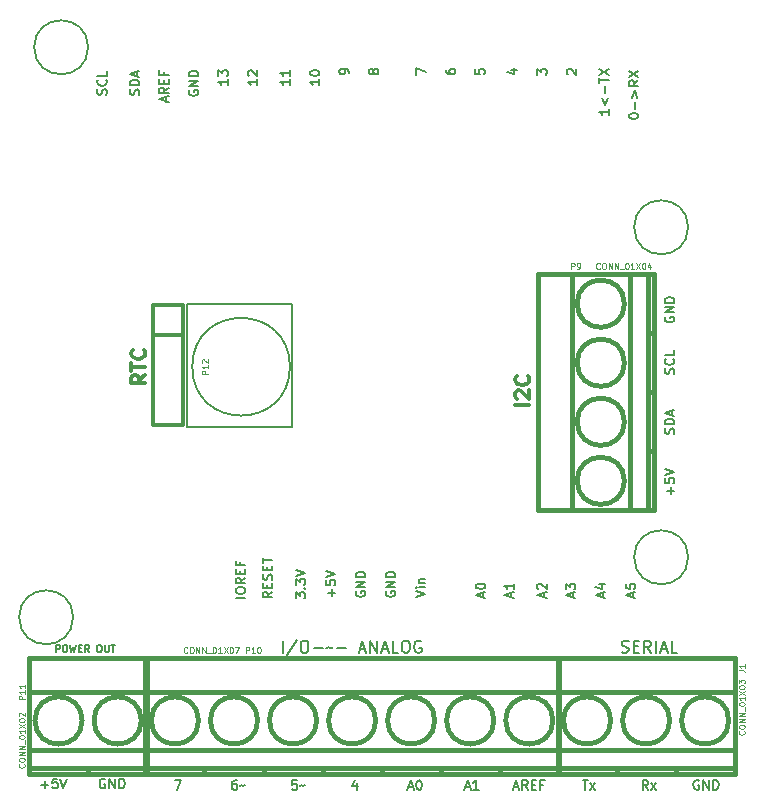
<source format=gbr>
G04 #@! TF.FileFunction,Legend,Top*
%FSLAX46Y46*%
G04 Gerber Fmt 4.6, Leading zero omitted, Abs format (unit mm)*
G04 Created by KiCad (PCBNEW 4.0.6) date 05/21/18 12:18:21*
%MOMM*%
%LPD*%
G01*
G04 APERTURE LIST*
%ADD10C,0.100000*%
%ADD11C,0.150000*%
%ADD12C,0.300000*%
%ADD13C,0.200000*%
%ADD14C,0.381000*%
%ADD15C,0.304800*%
%ADD16C,0.125000*%
G04 APERTURE END LIST*
D10*
D11*
X145796000Y-97282000D02*
X136906000Y-97282000D01*
X145796000Y-107696000D02*
X145796000Y-97282000D01*
X136906000Y-107696000D02*
X145796000Y-107696000D01*
X136906000Y-97282000D02*
X136906000Y-107696000D01*
X145612820Y-102616000D02*
G75*
G03X145612820Y-102616000I-4134820J0D01*
G01*
D12*
X133384857Y-103301714D02*
X132813429Y-103701714D01*
X133384857Y-103987429D02*
X132184857Y-103987429D01*
X132184857Y-103530286D01*
X132242000Y-103416000D01*
X132299143Y-103358857D01*
X132413429Y-103301714D01*
X132584857Y-103301714D01*
X132699143Y-103358857D01*
X132756286Y-103416000D01*
X132813429Y-103530286D01*
X132813429Y-103987429D01*
X132184857Y-102958857D02*
X132184857Y-102273143D01*
X133384857Y-102616000D02*
X132184857Y-102616000D01*
X133270571Y-101187428D02*
X133327714Y-101244571D01*
X133384857Y-101416000D01*
X133384857Y-101530286D01*
X133327714Y-101701714D01*
X133213429Y-101816000D01*
X133099143Y-101873143D01*
X132870571Y-101930286D01*
X132699143Y-101930286D01*
X132470571Y-101873143D01*
X132356286Y-101816000D01*
X132242000Y-101701714D01*
X132184857Y-101530286D01*
X132184857Y-101416000D01*
X132242000Y-101244571D01*
X132299143Y-101187428D01*
D13*
X173712476Y-126769762D02*
X173855333Y-126817381D01*
X174093429Y-126817381D01*
X174188667Y-126769762D01*
X174236286Y-126722143D01*
X174283905Y-126626905D01*
X174283905Y-126531667D01*
X174236286Y-126436429D01*
X174188667Y-126388810D01*
X174093429Y-126341190D01*
X173902952Y-126293571D01*
X173807714Y-126245952D01*
X173760095Y-126198333D01*
X173712476Y-126103095D01*
X173712476Y-126007857D01*
X173760095Y-125912619D01*
X173807714Y-125865000D01*
X173902952Y-125817381D01*
X174141048Y-125817381D01*
X174283905Y-125865000D01*
X174712476Y-126293571D02*
X175045810Y-126293571D01*
X175188667Y-126817381D02*
X174712476Y-126817381D01*
X174712476Y-125817381D01*
X175188667Y-125817381D01*
X176188667Y-126817381D02*
X175855333Y-126341190D01*
X175617238Y-126817381D02*
X175617238Y-125817381D01*
X175998191Y-125817381D01*
X176093429Y-125865000D01*
X176141048Y-125912619D01*
X176188667Y-126007857D01*
X176188667Y-126150714D01*
X176141048Y-126245952D01*
X176093429Y-126293571D01*
X175998191Y-126341190D01*
X175617238Y-126341190D01*
X176617238Y-126817381D02*
X176617238Y-125817381D01*
X177045809Y-126531667D02*
X177522000Y-126531667D01*
X176950571Y-126817381D02*
X177283904Y-125817381D01*
X177617238Y-126817381D01*
X178426762Y-126817381D02*
X177950571Y-126817381D01*
X177950571Y-125817381D01*
X145042667Y-126817381D02*
X145042667Y-125817381D01*
X146233143Y-125769762D02*
X145376000Y-127055476D01*
X146756952Y-125817381D02*
X146947429Y-125817381D01*
X147042667Y-125865000D01*
X147137905Y-125960238D01*
X147185524Y-126150714D01*
X147185524Y-126484048D01*
X147137905Y-126674524D01*
X147042667Y-126769762D01*
X146947429Y-126817381D01*
X146756952Y-126817381D01*
X146661714Y-126769762D01*
X146566476Y-126674524D01*
X146518857Y-126484048D01*
X146518857Y-126150714D01*
X146566476Y-125960238D01*
X146661714Y-125865000D01*
X146756952Y-125817381D01*
X147614095Y-126436429D02*
X148376000Y-126436429D01*
X148709333Y-126436429D02*
X148756952Y-126388810D01*
X148852190Y-126341190D01*
X149042666Y-126436429D01*
X149137905Y-126388810D01*
X149185524Y-126341190D01*
X149566476Y-126436429D02*
X150328381Y-126436429D01*
X151518857Y-126531667D02*
X151995048Y-126531667D01*
X151423619Y-126817381D02*
X151756952Y-125817381D01*
X152090286Y-126817381D01*
X152423619Y-126817381D02*
X152423619Y-125817381D01*
X152995048Y-126817381D01*
X152995048Y-125817381D01*
X153423619Y-126531667D02*
X153899810Y-126531667D01*
X153328381Y-126817381D02*
X153661714Y-125817381D01*
X153995048Y-126817381D01*
X154804572Y-126817381D02*
X154328381Y-126817381D01*
X154328381Y-125817381D01*
X155328381Y-125817381D02*
X155518858Y-125817381D01*
X155614096Y-125865000D01*
X155709334Y-125960238D01*
X155756953Y-126150714D01*
X155756953Y-126484048D01*
X155709334Y-126674524D01*
X155614096Y-126769762D01*
X155518858Y-126817381D01*
X155328381Y-126817381D01*
X155233143Y-126769762D01*
X155137905Y-126674524D01*
X155090286Y-126484048D01*
X155090286Y-126150714D01*
X155137905Y-125960238D01*
X155233143Y-125865000D01*
X155328381Y-125817381D01*
X156709334Y-125865000D02*
X156614096Y-125817381D01*
X156471239Y-125817381D01*
X156328381Y-125865000D01*
X156233143Y-125960238D01*
X156185524Y-126055476D01*
X156137905Y-126245952D01*
X156137905Y-126388810D01*
X156185524Y-126579286D01*
X156233143Y-126674524D01*
X156328381Y-126769762D01*
X156471239Y-126817381D01*
X156566477Y-126817381D01*
X156709334Y-126769762D01*
X156756953Y-126722143D01*
X156756953Y-126388810D01*
X156566477Y-126388810D01*
D11*
X125798572Y-126763429D02*
X125798572Y-126163429D01*
X126027144Y-126163429D01*
X126084286Y-126192000D01*
X126112858Y-126220571D01*
X126141429Y-126277714D01*
X126141429Y-126363429D01*
X126112858Y-126420571D01*
X126084286Y-126449143D01*
X126027144Y-126477714D01*
X125798572Y-126477714D01*
X126512858Y-126163429D02*
X126627144Y-126163429D01*
X126684286Y-126192000D01*
X126741429Y-126249143D01*
X126770001Y-126363429D01*
X126770001Y-126563429D01*
X126741429Y-126677714D01*
X126684286Y-126734857D01*
X126627144Y-126763429D01*
X126512858Y-126763429D01*
X126455715Y-126734857D01*
X126398572Y-126677714D01*
X126370001Y-126563429D01*
X126370001Y-126363429D01*
X126398572Y-126249143D01*
X126455715Y-126192000D01*
X126512858Y-126163429D01*
X126970000Y-126163429D02*
X127112857Y-126763429D01*
X127227143Y-126334857D01*
X127341429Y-126763429D01*
X127484286Y-126163429D01*
X127712857Y-126449143D02*
X127912857Y-126449143D01*
X127998571Y-126763429D02*
X127712857Y-126763429D01*
X127712857Y-126163429D01*
X127998571Y-126163429D01*
X128598571Y-126763429D02*
X128398571Y-126477714D01*
X128255714Y-126763429D02*
X128255714Y-126163429D01*
X128484286Y-126163429D01*
X128541428Y-126192000D01*
X128570000Y-126220571D01*
X128598571Y-126277714D01*
X128598571Y-126363429D01*
X128570000Y-126420571D01*
X128541428Y-126449143D01*
X128484286Y-126477714D01*
X128255714Y-126477714D01*
X129427143Y-126163429D02*
X129541429Y-126163429D01*
X129598571Y-126192000D01*
X129655714Y-126249143D01*
X129684286Y-126363429D01*
X129684286Y-126563429D01*
X129655714Y-126677714D01*
X129598571Y-126734857D01*
X129541429Y-126763429D01*
X129427143Y-126763429D01*
X129370000Y-126734857D01*
X129312857Y-126677714D01*
X129284286Y-126563429D01*
X129284286Y-126363429D01*
X129312857Y-126249143D01*
X129370000Y-126192000D01*
X129427143Y-126163429D01*
X129941428Y-126163429D02*
X129941428Y-126649143D01*
X129970000Y-126706286D01*
X129998571Y-126734857D01*
X130055714Y-126763429D01*
X130170000Y-126763429D01*
X130227142Y-126734857D01*
X130255714Y-126706286D01*
X130284285Y-126649143D01*
X130284285Y-126163429D01*
X130484285Y-126163429D02*
X130827142Y-126163429D01*
X130655713Y-126763429D02*
X130655713Y-126163429D01*
D12*
X165896857Y-105819429D02*
X164696857Y-105819429D01*
X164811143Y-105305143D02*
X164754000Y-105248000D01*
X164696857Y-105133714D01*
X164696857Y-104848000D01*
X164754000Y-104733714D01*
X164811143Y-104676571D01*
X164925429Y-104619428D01*
X165039714Y-104619428D01*
X165211143Y-104676571D01*
X165896857Y-105362285D01*
X165896857Y-104619428D01*
X165782571Y-103419428D02*
X165839714Y-103476571D01*
X165896857Y-103648000D01*
X165896857Y-103762286D01*
X165839714Y-103933714D01*
X165725429Y-104048000D01*
X165611143Y-104105143D01*
X165382571Y-104162286D01*
X165211143Y-104162286D01*
X164982571Y-104105143D01*
X164868286Y-104048000D01*
X164754000Y-103933714D01*
X164696857Y-103762286D01*
X164696857Y-103648000D01*
X164754000Y-103476571D01*
X164811143Y-103419428D01*
D13*
X170389619Y-137610905D02*
X170846762Y-137610905D01*
X170618191Y-138410905D02*
X170618191Y-137610905D01*
X171037239Y-138410905D02*
X171456286Y-137877571D01*
X171037239Y-137877571D02*
X171456286Y-138410905D01*
X180238477Y-137649000D02*
X180162286Y-137610905D01*
X180048001Y-137610905D01*
X179933715Y-137649000D01*
X179857524Y-137725190D01*
X179819429Y-137801381D01*
X179781334Y-137953762D01*
X179781334Y-138068048D01*
X179819429Y-138220429D01*
X179857524Y-138296619D01*
X179933715Y-138372810D01*
X180048001Y-138410905D01*
X180124191Y-138410905D01*
X180238477Y-138372810D01*
X180276572Y-138334714D01*
X180276572Y-138068048D01*
X180124191Y-138068048D01*
X180619429Y-138410905D02*
X180619429Y-137610905D01*
X181076572Y-138410905D01*
X181076572Y-137610905D01*
X181457524Y-138410905D02*
X181457524Y-137610905D01*
X181648000Y-137610905D01*
X181762286Y-137649000D01*
X181838477Y-137725190D01*
X181876572Y-137801381D01*
X181914667Y-137953762D01*
X181914667Y-138068048D01*
X181876572Y-138220429D01*
X181838477Y-138296619D01*
X181762286Y-138372810D01*
X181648000Y-138410905D01*
X181457524Y-138410905D01*
X175945810Y-138410905D02*
X175679143Y-138029952D01*
X175488667Y-138410905D02*
X175488667Y-137610905D01*
X175793429Y-137610905D01*
X175869620Y-137649000D01*
X175907715Y-137687095D01*
X175945810Y-137763286D01*
X175945810Y-137877571D01*
X175907715Y-137953762D01*
X175869620Y-137991857D01*
X175793429Y-138029952D01*
X175488667Y-138029952D01*
X176212477Y-138410905D02*
X176631524Y-137877571D01*
X176212477Y-137877571D02*
X176631524Y-138410905D01*
X174309905Y-81424524D02*
X174309905Y-81348333D01*
X174348000Y-81272143D01*
X174386095Y-81234048D01*
X174462286Y-81195952D01*
X174614667Y-81157857D01*
X174805143Y-81157857D01*
X174957524Y-81195952D01*
X175033714Y-81234048D01*
X175071810Y-81272143D01*
X175109905Y-81348333D01*
X175109905Y-81424524D01*
X175071810Y-81500714D01*
X175033714Y-81538810D01*
X174957524Y-81576905D01*
X174805143Y-81615000D01*
X174614667Y-81615000D01*
X174462286Y-81576905D01*
X174386095Y-81538810D01*
X174348000Y-81500714D01*
X174309905Y-81424524D01*
X174805143Y-80815000D02*
X174805143Y-80205476D01*
X174576571Y-79824524D02*
X174805143Y-79215000D01*
X175033714Y-79824524D01*
X175109905Y-78376905D02*
X174728952Y-78643572D01*
X175109905Y-78834048D02*
X174309905Y-78834048D01*
X174309905Y-78529286D01*
X174348000Y-78453095D01*
X174386095Y-78415000D01*
X174462286Y-78376905D01*
X174576571Y-78376905D01*
X174652762Y-78415000D01*
X174690857Y-78453095D01*
X174728952Y-78529286D01*
X174728952Y-78834048D01*
X174309905Y-78110238D02*
X175109905Y-77576905D01*
X174309905Y-77576905D02*
X175109905Y-78110238D01*
X172609905Y-80812619D02*
X172609905Y-81269762D01*
X172609905Y-81041191D02*
X171809905Y-81041191D01*
X171924190Y-81117381D01*
X172000381Y-81193572D01*
X172038476Y-81269762D01*
X172076571Y-79860238D02*
X172305143Y-80469762D01*
X172533714Y-79860238D01*
X172305143Y-79479286D02*
X172305143Y-78869762D01*
X171809905Y-78603096D02*
X171809905Y-78145953D01*
X172609905Y-78374524D02*
X171809905Y-78374524D01*
X171809905Y-77955476D02*
X172609905Y-77422143D01*
X171809905Y-77422143D02*
X172609905Y-77955476D01*
X169136095Y-77843571D02*
X169098000Y-77805476D01*
X169059905Y-77729285D01*
X169059905Y-77538809D01*
X169098000Y-77462619D01*
X169136095Y-77424523D01*
X169212286Y-77386428D01*
X169288476Y-77386428D01*
X169402762Y-77424523D01*
X169859905Y-77881666D01*
X169859905Y-77386428D01*
X166559905Y-77881666D02*
X166559905Y-77386428D01*
X166864667Y-77653095D01*
X166864667Y-77538809D01*
X166902762Y-77462619D01*
X166940857Y-77424523D01*
X167017048Y-77386428D01*
X167207524Y-77386428D01*
X167283714Y-77424523D01*
X167321810Y-77462619D01*
X167359905Y-77538809D01*
X167359905Y-77767381D01*
X167321810Y-77843571D01*
X167283714Y-77881666D01*
X164326571Y-77462619D02*
X164859905Y-77462619D01*
X164021810Y-77653095D02*
X164593238Y-77843571D01*
X164593238Y-77348333D01*
X161309905Y-77424523D02*
X161309905Y-77805476D01*
X161690857Y-77843571D01*
X161652762Y-77805476D01*
X161614667Y-77729285D01*
X161614667Y-77538809D01*
X161652762Y-77462619D01*
X161690857Y-77424523D01*
X161767048Y-77386428D01*
X161957524Y-77386428D01*
X162033714Y-77424523D01*
X162071810Y-77462619D01*
X162109905Y-77538809D01*
X162109905Y-77729285D01*
X162071810Y-77805476D01*
X162033714Y-77843571D01*
X158809905Y-77462619D02*
X158809905Y-77615000D01*
X158848000Y-77691190D01*
X158886095Y-77729285D01*
X159000381Y-77805476D01*
X159152762Y-77843571D01*
X159457524Y-77843571D01*
X159533714Y-77805476D01*
X159571810Y-77767381D01*
X159609905Y-77691190D01*
X159609905Y-77538809D01*
X159571810Y-77462619D01*
X159533714Y-77424523D01*
X159457524Y-77386428D01*
X159267048Y-77386428D01*
X159190857Y-77424523D01*
X159152762Y-77462619D01*
X159114667Y-77538809D01*
X159114667Y-77691190D01*
X159152762Y-77767381D01*
X159190857Y-77805476D01*
X159267048Y-77843571D01*
X156309905Y-77881666D02*
X156309905Y-77348333D01*
X157109905Y-77691190D01*
X152652762Y-77691190D02*
X152614667Y-77767381D01*
X152576571Y-77805476D01*
X152500381Y-77843571D01*
X152462286Y-77843571D01*
X152386095Y-77805476D01*
X152348000Y-77767381D01*
X152309905Y-77691190D01*
X152309905Y-77538809D01*
X152348000Y-77462619D01*
X152386095Y-77424523D01*
X152462286Y-77386428D01*
X152500381Y-77386428D01*
X152576571Y-77424523D01*
X152614667Y-77462619D01*
X152652762Y-77538809D01*
X152652762Y-77691190D01*
X152690857Y-77767381D01*
X152728952Y-77805476D01*
X152805143Y-77843571D01*
X152957524Y-77843571D01*
X153033714Y-77805476D01*
X153071810Y-77767381D01*
X153109905Y-77691190D01*
X153109905Y-77538809D01*
X153071810Y-77462619D01*
X153033714Y-77424523D01*
X152957524Y-77386428D01*
X152805143Y-77386428D01*
X152728952Y-77424523D01*
X152690857Y-77462619D01*
X152652762Y-77538809D01*
X150609905Y-77767381D02*
X150609905Y-77615000D01*
X150571810Y-77538809D01*
X150533714Y-77500714D01*
X150419429Y-77424523D01*
X150267048Y-77386428D01*
X149962286Y-77386428D01*
X149886095Y-77424523D01*
X149848000Y-77462619D01*
X149809905Y-77538809D01*
X149809905Y-77691190D01*
X149848000Y-77767381D01*
X149886095Y-77805476D01*
X149962286Y-77843571D01*
X150152762Y-77843571D01*
X150228952Y-77805476D01*
X150267048Y-77767381D01*
X150305143Y-77691190D01*
X150305143Y-77538809D01*
X150267048Y-77462619D01*
X150228952Y-77424523D01*
X150152762Y-77386428D01*
X148109905Y-78267381D02*
X148109905Y-78724524D01*
X148109905Y-78495953D02*
X147309905Y-78495953D01*
X147424190Y-78572143D01*
X147500381Y-78648334D01*
X147538476Y-78724524D01*
X147309905Y-77772143D02*
X147309905Y-77695952D01*
X147348000Y-77619762D01*
X147386095Y-77581667D01*
X147462286Y-77543571D01*
X147614667Y-77505476D01*
X147805143Y-77505476D01*
X147957524Y-77543571D01*
X148033714Y-77581667D01*
X148071810Y-77619762D01*
X148109905Y-77695952D01*
X148109905Y-77772143D01*
X148071810Y-77848333D01*
X148033714Y-77886429D01*
X147957524Y-77924524D01*
X147805143Y-77962619D01*
X147614667Y-77962619D01*
X147462286Y-77924524D01*
X147386095Y-77886429D01*
X147348000Y-77848333D01*
X147309905Y-77772143D01*
X145609905Y-78267381D02*
X145609905Y-78724524D01*
X145609905Y-78495953D02*
X144809905Y-78495953D01*
X144924190Y-78572143D01*
X145000381Y-78648334D01*
X145038476Y-78724524D01*
X145609905Y-77505476D02*
X145609905Y-77962619D01*
X145609905Y-77734048D02*
X144809905Y-77734048D01*
X144924190Y-77810238D01*
X145000381Y-77886429D01*
X145038476Y-77962619D01*
X142859905Y-78267381D02*
X142859905Y-78724524D01*
X142859905Y-78495953D02*
X142059905Y-78495953D01*
X142174190Y-78572143D01*
X142250381Y-78648334D01*
X142288476Y-78724524D01*
X142136095Y-77962619D02*
X142098000Y-77924524D01*
X142059905Y-77848333D01*
X142059905Y-77657857D01*
X142098000Y-77581667D01*
X142136095Y-77543571D01*
X142212286Y-77505476D01*
X142288476Y-77505476D01*
X142402762Y-77543571D01*
X142859905Y-78000714D01*
X142859905Y-77505476D01*
X140359905Y-78267381D02*
X140359905Y-78724524D01*
X140359905Y-78495953D02*
X139559905Y-78495953D01*
X139674190Y-78572143D01*
X139750381Y-78648334D01*
X139788476Y-78724524D01*
X139559905Y-78000714D02*
X139559905Y-77505476D01*
X139864667Y-77772143D01*
X139864667Y-77657857D01*
X139902762Y-77581667D01*
X139940857Y-77543571D01*
X140017048Y-77505476D01*
X140207524Y-77505476D01*
X140283714Y-77543571D01*
X140321810Y-77581667D01*
X140359905Y-77657857D01*
X140359905Y-77886429D01*
X140321810Y-77962619D01*
X140283714Y-78000714D01*
X137098000Y-79224523D02*
X137059905Y-79300714D01*
X137059905Y-79414999D01*
X137098000Y-79529285D01*
X137174190Y-79605476D01*
X137250381Y-79643571D01*
X137402762Y-79681666D01*
X137517048Y-79681666D01*
X137669429Y-79643571D01*
X137745619Y-79605476D01*
X137821810Y-79529285D01*
X137859905Y-79414999D01*
X137859905Y-79338809D01*
X137821810Y-79224523D01*
X137783714Y-79186428D01*
X137517048Y-79186428D01*
X137517048Y-79338809D01*
X137859905Y-78843571D02*
X137059905Y-78843571D01*
X137859905Y-78386428D01*
X137059905Y-78386428D01*
X137859905Y-78005476D02*
X137059905Y-78005476D01*
X137059905Y-77815000D01*
X137098000Y-77700714D01*
X137174190Y-77624523D01*
X137250381Y-77586428D01*
X137402762Y-77548333D01*
X137517048Y-77548333D01*
X137669429Y-77586428D01*
X137745619Y-77624523D01*
X137821810Y-77700714D01*
X137859905Y-77815000D01*
X137859905Y-78005476D01*
X135131333Y-80160238D02*
X135131333Y-79779286D01*
X135359905Y-80236429D02*
X134559905Y-79969762D01*
X135359905Y-79703095D01*
X135359905Y-78979286D02*
X134978952Y-79245953D01*
X135359905Y-79436429D02*
X134559905Y-79436429D01*
X134559905Y-79131667D01*
X134598000Y-79055476D01*
X134636095Y-79017381D01*
X134712286Y-78979286D01*
X134826571Y-78979286D01*
X134902762Y-79017381D01*
X134940857Y-79055476D01*
X134978952Y-79131667D01*
X134978952Y-79436429D01*
X134940857Y-78636429D02*
X134940857Y-78369762D01*
X135359905Y-78255476D02*
X135359905Y-78636429D01*
X134559905Y-78636429D01*
X134559905Y-78255476D01*
X134940857Y-77645952D02*
X134940857Y-77912619D01*
X135359905Y-77912619D02*
X134559905Y-77912619D01*
X134559905Y-77531666D01*
X132821810Y-79586428D02*
X132859905Y-79472142D01*
X132859905Y-79281666D01*
X132821810Y-79205476D01*
X132783714Y-79167380D01*
X132707524Y-79129285D01*
X132631333Y-79129285D01*
X132555143Y-79167380D01*
X132517048Y-79205476D01*
X132478952Y-79281666D01*
X132440857Y-79434047D01*
X132402762Y-79510238D01*
X132364667Y-79548333D01*
X132288476Y-79586428D01*
X132212286Y-79586428D01*
X132136095Y-79548333D01*
X132098000Y-79510238D01*
X132059905Y-79434047D01*
X132059905Y-79243571D01*
X132098000Y-79129285D01*
X132859905Y-78786428D02*
X132059905Y-78786428D01*
X132059905Y-78595952D01*
X132098000Y-78481666D01*
X132174190Y-78405475D01*
X132250381Y-78367380D01*
X132402762Y-78329285D01*
X132517048Y-78329285D01*
X132669429Y-78367380D01*
X132745619Y-78405475D01*
X132821810Y-78481666D01*
X132859905Y-78595952D01*
X132859905Y-78786428D01*
X132631333Y-78024523D02*
X132631333Y-77643571D01*
X132859905Y-78100714D02*
X132059905Y-77834047D01*
X132859905Y-77567380D01*
X130071810Y-79567381D02*
X130109905Y-79453095D01*
X130109905Y-79262619D01*
X130071810Y-79186429D01*
X130033714Y-79148333D01*
X129957524Y-79110238D01*
X129881333Y-79110238D01*
X129805143Y-79148333D01*
X129767048Y-79186429D01*
X129728952Y-79262619D01*
X129690857Y-79415000D01*
X129652762Y-79491191D01*
X129614667Y-79529286D01*
X129538476Y-79567381D01*
X129462286Y-79567381D01*
X129386095Y-79529286D01*
X129348000Y-79491191D01*
X129309905Y-79415000D01*
X129309905Y-79224524D01*
X129348000Y-79110238D01*
X130033714Y-78310238D02*
X130071810Y-78348333D01*
X130109905Y-78462619D01*
X130109905Y-78538809D01*
X130071810Y-78653095D01*
X129995619Y-78729286D01*
X129919429Y-78767381D01*
X129767048Y-78805476D01*
X129652762Y-78805476D01*
X129500381Y-78767381D01*
X129424190Y-78729286D01*
X129348000Y-78653095D01*
X129309905Y-78538809D01*
X129309905Y-78462619D01*
X129348000Y-78348333D01*
X129386095Y-78310238D01*
X130109905Y-77586428D02*
X130109905Y-77967381D01*
X129309905Y-77967381D01*
X174631333Y-122110428D02*
X174631333Y-121729476D01*
X174859905Y-122186619D02*
X174059905Y-121919952D01*
X174859905Y-121653285D01*
X174059905Y-121005666D02*
X174059905Y-121386619D01*
X174440857Y-121424714D01*
X174402762Y-121386619D01*
X174364667Y-121310428D01*
X174364667Y-121119952D01*
X174402762Y-121043762D01*
X174440857Y-121005666D01*
X174517048Y-120967571D01*
X174707524Y-120967571D01*
X174783714Y-121005666D01*
X174821810Y-121043762D01*
X174859905Y-121119952D01*
X174859905Y-121310428D01*
X174821810Y-121386619D01*
X174783714Y-121424714D01*
X172091333Y-122110428D02*
X172091333Y-121729476D01*
X172319905Y-122186619D02*
X171519905Y-121919952D01*
X172319905Y-121653285D01*
X171786571Y-121043762D02*
X172319905Y-121043762D01*
X171481810Y-121234238D02*
X172053238Y-121424714D01*
X172053238Y-120929476D01*
X169551333Y-122110428D02*
X169551333Y-121729476D01*
X169779905Y-122186619D02*
X168979905Y-121919952D01*
X169779905Y-121653285D01*
X168979905Y-121462809D02*
X168979905Y-120967571D01*
X169284667Y-121234238D01*
X169284667Y-121119952D01*
X169322762Y-121043762D01*
X169360857Y-121005666D01*
X169437048Y-120967571D01*
X169627524Y-120967571D01*
X169703714Y-121005666D01*
X169741810Y-121043762D01*
X169779905Y-121119952D01*
X169779905Y-121348524D01*
X169741810Y-121424714D01*
X169703714Y-121462809D01*
X167138333Y-122110428D02*
X167138333Y-121729476D01*
X167366905Y-122186619D02*
X166566905Y-121919952D01*
X167366905Y-121653285D01*
X166643095Y-121424714D02*
X166605000Y-121386619D01*
X166566905Y-121310428D01*
X166566905Y-121119952D01*
X166605000Y-121043762D01*
X166643095Y-121005666D01*
X166719286Y-120967571D01*
X166795476Y-120967571D01*
X166909762Y-121005666D01*
X167366905Y-121462809D01*
X167366905Y-120967571D01*
X164344333Y-122110428D02*
X164344333Y-121729476D01*
X164572905Y-122186619D02*
X163772905Y-121919952D01*
X164572905Y-121653285D01*
X164572905Y-120967571D02*
X164572905Y-121424714D01*
X164572905Y-121196143D02*
X163772905Y-121196143D01*
X163887190Y-121272333D01*
X163963381Y-121348524D01*
X164001476Y-121424714D01*
X161931333Y-122110428D02*
X161931333Y-121729476D01*
X162159905Y-122186619D02*
X161359905Y-121919952D01*
X162159905Y-121653285D01*
X161359905Y-121234238D02*
X161359905Y-121158047D01*
X161398000Y-121081857D01*
X161436095Y-121043762D01*
X161512286Y-121005666D01*
X161664667Y-120967571D01*
X161855143Y-120967571D01*
X162007524Y-121005666D01*
X162083714Y-121043762D01*
X162121810Y-121081857D01*
X162159905Y-121158047D01*
X162159905Y-121234238D01*
X162121810Y-121310428D01*
X162083714Y-121348524D01*
X162007524Y-121386619D01*
X161855143Y-121424714D01*
X161664667Y-121424714D01*
X161512286Y-121386619D01*
X161436095Y-121348524D01*
X161398000Y-121310428D01*
X161359905Y-121234238D01*
X156279905Y-122104048D02*
X157079905Y-121837381D01*
X156279905Y-121570714D01*
X157079905Y-121304048D02*
X156546571Y-121304048D01*
X156279905Y-121304048D02*
X156318000Y-121342143D01*
X156356095Y-121304048D01*
X156318000Y-121265953D01*
X156279905Y-121304048D01*
X156356095Y-121304048D01*
X156546571Y-120923096D02*
X157079905Y-120923096D01*
X156622762Y-120923096D02*
X156584667Y-120885001D01*
X156546571Y-120808810D01*
X156546571Y-120694524D01*
X156584667Y-120618334D01*
X156660857Y-120580239D01*
X157079905Y-120580239D01*
X153778000Y-121640523D02*
X153739905Y-121716714D01*
X153739905Y-121830999D01*
X153778000Y-121945285D01*
X153854190Y-122021476D01*
X153930381Y-122059571D01*
X154082762Y-122097666D01*
X154197048Y-122097666D01*
X154349429Y-122059571D01*
X154425619Y-122021476D01*
X154501810Y-121945285D01*
X154539905Y-121830999D01*
X154539905Y-121754809D01*
X154501810Y-121640523D01*
X154463714Y-121602428D01*
X154197048Y-121602428D01*
X154197048Y-121754809D01*
X154539905Y-121259571D02*
X153739905Y-121259571D01*
X154539905Y-120802428D01*
X153739905Y-120802428D01*
X154539905Y-120421476D02*
X153739905Y-120421476D01*
X153739905Y-120231000D01*
X153778000Y-120116714D01*
X153854190Y-120040523D01*
X153930381Y-120002428D01*
X154082762Y-119964333D01*
X154197048Y-119964333D01*
X154349429Y-120002428D01*
X154425619Y-120040523D01*
X154501810Y-120116714D01*
X154539905Y-120231000D01*
X154539905Y-120421476D01*
X151238000Y-121640523D02*
X151199905Y-121716714D01*
X151199905Y-121830999D01*
X151238000Y-121945285D01*
X151314190Y-122021476D01*
X151390381Y-122059571D01*
X151542762Y-122097666D01*
X151657048Y-122097666D01*
X151809429Y-122059571D01*
X151885619Y-122021476D01*
X151961810Y-121945285D01*
X151999905Y-121830999D01*
X151999905Y-121754809D01*
X151961810Y-121640523D01*
X151923714Y-121602428D01*
X151657048Y-121602428D01*
X151657048Y-121754809D01*
X151999905Y-121259571D02*
X151199905Y-121259571D01*
X151999905Y-120802428D01*
X151199905Y-120802428D01*
X151999905Y-120421476D02*
X151199905Y-120421476D01*
X151199905Y-120231000D01*
X151238000Y-120116714D01*
X151314190Y-120040523D01*
X151390381Y-120002428D01*
X151542762Y-119964333D01*
X151657048Y-119964333D01*
X151809429Y-120002428D01*
X151885619Y-120040523D01*
X151961810Y-120116714D01*
X151999905Y-120231000D01*
X151999905Y-120421476D01*
X149155143Y-122059571D02*
X149155143Y-121450047D01*
X149459905Y-121754809D02*
X148850381Y-121754809D01*
X148659905Y-120688142D02*
X148659905Y-121069095D01*
X149040857Y-121107190D01*
X149002762Y-121069095D01*
X148964667Y-120992904D01*
X148964667Y-120802428D01*
X149002762Y-120726238D01*
X149040857Y-120688142D01*
X149117048Y-120650047D01*
X149307524Y-120650047D01*
X149383714Y-120688142D01*
X149421810Y-120726238D01*
X149459905Y-120802428D01*
X149459905Y-120992904D01*
X149421810Y-121069095D01*
X149383714Y-121107190D01*
X148659905Y-120421476D02*
X149459905Y-120154809D01*
X148659905Y-119888142D01*
X146119905Y-122211952D02*
X146119905Y-121716714D01*
X146424667Y-121983381D01*
X146424667Y-121869095D01*
X146462762Y-121792905D01*
X146500857Y-121754809D01*
X146577048Y-121716714D01*
X146767524Y-121716714D01*
X146843714Y-121754809D01*
X146881810Y-121792905D01*
X146919905Y-121869095D01*
X146919905Y-122097667D01*
X146881810Y-122173857D01*
X146843714Y-122211952D01*
X146843714Y-121373857D02*
X146881810Y-121335762D01*
X146919905Y-121373857D01*
X146881810Y-121411952D01*
X146843714Y-121373857D01*
X146919905Y-121373857D01*
X146119905Y-121069095D02*
X146119905Y-120573857D01*
X146424667Y-120840524D01*
X146424667Y-120726238D01*
X146462762Y-120650048D01*
X146500857Y-120611952D01*
X146577048Y-120573857D01*
X146767524Y-120573857D01*
X146843714Y-120611952D01*
X146881810Y-120650048D01*
X146919905Y-120726238D01*
X146919905Y-120954810D01*
X146881810Y-121031000D01*
X146843714Y-121069095D01*
X146119905Y-120345286D02*
X146919905Y-120078619D01*
X146119905Y-119811952D01*
X144125905Y-121684905D02*
X143744952Y-121951572D01*
X144125905Y-122142048D02*
X143325905Y-122142048D01*
X143325905Y-121837286D01*
X143364000Y-121761095D01*
X143402095Y-121723000D01*
X143478286Y-121684905D01*
X143592571Y-121684905D01*
X143668762Y-121723000D01*
X143706857Y-121761095D01*
X143744952Y-121837286D01*
X143744952Y-122142048D01*
X143706857Y-121342048D02*
X143706857Y-121075381D01*
X144125905Y-120961095D02*
X144125905Y-121342048D01*
X143325905Y-121342048D01*
X143325905Y-120961095D01*
X144087810Y-120656333D02*
X144125905Y-120542047D01*
X144125905Y-120351571D01*
X144087810Y-120275381D01*
X144049714Y-120237285D01*
X143973524Y-120199190D01*
X143897333Y-120199190D01*
X143821143Y-120237285D01*
X143783048Y-120275381D01*
X143744952Y-120351571D01*
X143706857Y-120503952D01*
X143668762Y-120580143D01*
X143630667Y-120618238D01*
X143554476Y-120656333D01*
X143478286Y-120656333D01*
X143402095Y-120618238D01*
X143364000Y-120580143D01*
X143325905Y-120503952D01*
X143325905Y-120313476D01*
X143364000Y-120199190D01*
X143706857Y-119856333D02*
X143706857Y-119589666D01*
X144125905Y-119475380D02*
X144125905Y-119856333D01*
X143325905Y-119856333D01*
X143325905Y-119475380D01*
X143325905Y-119246809D02*
X143325905Y-118789666D01*
X144125905Y-119018237D02*
X143325905Y-119018237D01*
X141839905Y-122173809D02*
X141039905Y-122173809D01*
X141039905Y-121640476D02*
X141039905Y-121488095D01*
X141078000Y-121411904D01*
X141154190Y-121335714D01*
X141306571Y-121297619D01*
X141573238Y-121297619D01*
X141725619Y-121335714D01*
X141801810Y-121411904D01*
X141839905Y-121488095D01*
X141839905Y-121640476D01*
X141801810Y-121716666D01*
X141725619Y-121792857D01*
X141573238Y-121830952D01*
X141306571Y-121830952D01*
X141154190Y-121792857D01*
X141078000Y-121716666D01*
X141039905Y-121640476D01*
X141839905Y-120497619D02*
X141458952Y-120764286D01*
X141839905Y-120954762D02*
X141039905Y-120954762D01*
X141039905Y-120650000D01*
X141078000Y-120573809D01*
X141116095Y-120535714D01*
X141192286Y-120497619D01*
X141306571Y-120497619D01*
X141382762Y-120535714D01*
X141420857Y-120573809D01*
X141458952Y-120650000D01*
X141458952Y-120954762D01*
X141420857Y-120154762D02*
X141420857Y-119888095D01*
X141839905Y-119773809D02*
X141839905Y-120154762D01*
X141039905Y-120154762D01*
X141039905Y-119773809D01*
X141420857Y-119164285D02*
X141420857Y-119430952D01*
X141839905Y-119430952D02*
X141039905Y-119430952D01*
X141039905Y-119049999D01*
X129951477Y-137546000D02*
X129875286Y-137507905D01*
X129761001Y-137507905D01*
X129646715Y-137546000D01*
X129570524Y-137622190D01*
X129532429Y-137698381D01*
X129494334Y-137850762D01*
X129494334Y-137965048D01*
X129532429Y-138117429D01*
X129570524Y-138193619D01*
X129646715Y-138269810D01*
X129761001Y-138307905D01*
X129837191Y-138307905D01*
X129951477Y-138269810D01*
X129989572Y-138231714D01*
X129989572Y-137965048D01*
X129837191Y-137965048D01*
X130332429Y-138307905D02*
X130332429Y-137507905D01*
X130789572Y-138307905D01*
X130789572Y-137507905D01*
X131170524Y-138307905D02*
X131170524Y-137507905D01*
X131361000Y-137507905D01*
X131475286Y-137546000D01*
X131551477Y-137622190D01*
X131589572Y-137698381D01*
X131627667Y-137850762D01*
X131627667Y-137965048D01*
X131589572Y-138117429D01*
X131551477Y-138193619D01*
X131475286Y-138269810D01*
X131361000Y-138307905D01*
X131170524Y-138307905D01*
X124532429Y-138003143D02*
X125141953Y-138003143D01*
X124837191Y-138307905D02*
X124837191Y-137698381D01*
X125903858Y-137507905D02*
X125522905Y-137507905D01*
X125484810Y-137888857D01*
X125522905Y-137850762D01*
X125599096Y-137812667D01*
X125789572Y-137812667D01*
X125865762Y-137850762D01*
X125903858Y-137888857D01*
X125941953Y-137965048D01*
X125941953Y-138155524D01*
X125903858Y-138231714D01*
X125865762Y-138269810D01*
X125789572Y-138307905D01*
X125599096Y-138307905D01*
X125522905Y-138269810D01*
X125484810Y-138231714D01*
X126170524Y-137507905D02*
X126437191Y-138307905D01*
X126703858Y-137507905D01*
X164566762Y-138182333D02*
X164947714Y-138182333D01*
X164490571Y-138410905D02*
X164757238Y-137610905D01*
X165023905Y-138410905D01*
X165747714Y-138410905D02*
X165481047Y-138029952D01*
X165290571Y-138410905D02*
X165290571Y-137610905D01*
X165595333Y-137610905D01*
X165671524Y-137649000D01*
X165709619Y-137687095D01*
X165747714Y-137763286D01*
X165747714Y-137877571D01*
X165709619Y-137953762D01*
X165671524Y-137991857D01*
X165595333Y-138029952D01*
X165290571Y-138029952D01*
X166090571Y-137991857D02*
X166357238Y-137991857D01*
X166471524Y-138410905D02*
X166090571Y-138410905D01*
X166090571Y-137610905D01*
X166471524Y-137610905D01*
X167081048Y-137991857D02*
X166814381Y-137991857D01*
X166814381Y-138410905D02*
X166814381Y-137610905D01*
X167195334Y-137610905D01*
X160464572Y-138182333D02*
X160845524Y-138182333D01*
X160388381Y-138410905D02*
X160655048Y-137610905D01*
X160921715Y-138410905D01*
X161607429Y-138410905D02*
X161150286Y-138410905D01*
X161378857Y-138410905D02*
X161378857Y-137610905D01*
X161302667Y-137725190D01*
X161226476Y-137801381D01*
X161150286Y-137839476D01*
X155638572Y-138182333D02*
X156019524Y-138182333D01*
X155562381Y-138410905D02*
X155829048Y-137610905D01*
X156095715Y-138410905D01*
X156514762Y-137610905D02*
X156590953Y-137610905D01*
X156667143Y-137649000D01*
X156705238Y-137687095D01*
X156743334Y-137763286D01*
X156781429Y-137915667D01*
X156781429Y-138106143D01*
X156743334Y-138258524D01*
X156705238Y-138334714D01*
X156667143Y-138372810D01*
X156590953Y-138410905D01*
X156514762Y-138410905D01*
X156438572Y-138372810D01*
X156400476Y-138334714D01*
X156362381Y-138258524D01*
X156324286Y-138106143D01*
X156324286Y-137915667D01*
X156362381Y-137763286D01*
X156400476Y-137687095D01*
X156438572Y-137649000D01*
X156514762Y-137610905D01*
X151282381Y-137877571D02*
X151282381Y-138410905D01*
X151091905Y-137572810D02*
X150901429Y-138144238D01*
X151396667Y-138144238D01*
X146208762Y-137610905D02*
X145827809Y-137610905D01*
X145789714Y-137991857D01*
X145827809Y-137953762D01*
X145904000Y-137915667D01*
X146094476Y-137915667D01*
X146170666Y-137953762D01*
X146208762Y-137991857D01*
X146246857Y-138068048D01*
X146246857Y-138258524D01*
X146208762Y-138334714D01*
X146170666Y-138372810D01*
X146094476Y-138410905D01*
X145904000Y-138410905D01*
X145827809Y-138372810D01*
X145789714Y-138334714D01*
X146475428Y-138106143D02*
X146513524Y-138068048D01*
X146589714Y-138029952D01*
X146742095Y-138106143D01*
X146818286Y-138068048D01*
X146856381Y-138029952D01*
X141090666Y-137610905D02*
X140938285Y-137610905D01*
X140862095Y-137649000D01*
X140824000Y-137687095D01*
X140747809Y-137801381D01*
X140709714Y-137953762D01*
X140709714Y-138258524D01*
X140747809Y-138334714D01*
X140785904Y-138372810D01*
X140862095Y-138410905D01*
X141014476Y-138410905D01*
X141090666Y-138372810D01*
X141128762Y-138334714D01*
X141166857Y-138258524D01*
X141166857Y-138068048D01*
X141128762Y-137991857D01*
X141090666Y-137953762D01*
X141014476Y-137915667D01*
X140862095Y-137915667D01*
X140785904Y-137953762D01*
X140747809Y-137991857D01*
X140709714Y-138068048D01*
X141395428Y-138106143D02*
X141433524Y-138068048D01*
X141509714Y-138029952D01*
X141662095Y-138106143D01*
X141738286Y-138068048D01*
X141776381Y-138029952D01*
X135877334Y-137610905D02*
X136410667Y-137610905D01*
X136067810Y-138410905D01*
X177400000Y-98399523D02*
X177361905Y-98475714D01*
X177361905Y-98589999D01*
X177400000Y-98704285D01*
X177476190Y-98780476D01*
X177552381Y-98818571D01*
X177704762Y-98856666D01*
X177819048Y-98856666D01*
X177971429Y-98818571D01*
X178047619Y-98780476D01*
X178123810Y-98704285D01*
X178161905Y-98589999D01*
X178161905Y-98513809D01*
X178123810Y-98399523D01*
X178085714Y-98361428D01*
X177819048Y-98361428D01*
X177819048Y-98513809D01*
X178161905Y-98018571D02*
X177361905Y-98018571D01*
X178161905Y-97561428D01*
X177361905Y-97561428D01*
X178161905Y-97180476D02*
X177361905Y-97180476D01*
X177361905Y-96990000D01*
X177400000Y-96875714D01*
X177476190Y-96799523D01*
X177552381Y-96761428D01*
X177704762Y-96723333D01*
X177819048Y-96723333D01*
X177971429Y-96761428D01*
X178047619Y-96799523D01*
X178123810Y-96875714D01*
X178161905Y-96990000D01*
X178161905Y-97180476D01*
X178123810Y-103187381D02*
X178161905Y-103073095D01*
X178161905Y-102882619D01*
X178123810Y-102806429D01*
X178085714Y-102768333D01*
X178009524Y-102730238D01*
X177933333Y-102730238D01*
X177857143Y-102768333D01*
X177819048Y-102806429D01*
X177780952Y-102882619D01*
X177742857Y-103035000D01*
X177704762Y-103111191D01*
X177666667Y-103149286D01*
X177590476Y-103187381D01*
X177514286Y-103187381D01*
X177438095Y-103149286D01*
X177400000Y-103111191D01*
X177361905Y-103035000D01*
X177361905Y-102844524D01*
X177400000Y-102730238D01*
X178085714Y-101930238D02*
X178123810Y-101968333D01*
X178161905Y-102082619D01*
X178161905Y-102158809D01*
X178123810Y-102273095D01*
X178047619Y-102349286D01*
X177971429Y-102387381D01*
X177819048Y-102425476D01*
X177704762Y-102425476D01*
X177552381Y-102387381D01*
X177476190Y-102349286D01*
X177400000Y-102273095D01*
X177361905Y-102158809D01*
X177361905Y-102082619D01*
X177400000Y-101968333D01*
X177438095Y-101930238D01*
X178161905Y-101206428D02*
X178161905Y-101587381D01*
X177361905Y-101587381D01*
X178123810Y-108286428D02*
X178161905Y-108172142D01*
X178161905Y-107981666D01*
X178123810Y-107905476D01*
X178085714Y-107867380D01*
X178009524Y-107829285D01*
X177933333Y-107829285D01*
X177857143Y-107867380D01*
X177819048Y-107905476D01*
X177780952Y-107981666D01*
X177742857Y-108134047D01*
X177704762Y-108210238D01*
X177666667Y-108248333D01*
X177590476Y-108286428D01*
X177514286Y-108286428D01*
X177438095Y-108248333D01*
X177400000Y-108210238D01*
X177361905Y-108134047D01*
X177361905Y-107943571D01*
X177400000Y-107829285D01*
X178161905Y-107486428D02*
X177361905Y-107486428D01*
X177361905Y-107295952D01*
X177400000Y-107181666D01*
X177476190Y-107105475D01*
X177552381Y-107067380D01*
X177704762Y-107029285D01*
X177819048Y-107029285D01*
X177971429Y-107067380D01*
X178047619Y-107105475D01*
X178123810Y-107181666D01*
X178161905Y-107295952D01*
X178161905Y-107486428D01*
X177933333Y-106724523D02*
X177933333Y-106343571D01*
X178161905Y-106800714D02*
X177361905Y-106534047D01*
X178161905Y-106267380D01*
X177857143Y-113423571D02*
X177857143Y-112814047D01*
X178161905Y-113118809D02*
X177552381Y-113118809D01*
X177361905Y-112052142D02*
X177361905Y-112433095D01*
X177742857Y-112471190D01*
X177704762Y-112433095D01*
X177666667Y-112356904D01*
X177666667Y-112166428D01*
X177704762Y-112090238D01*
X177742857Y-112052142D01*
X177819048Y-112014047D01*
X178009524Y-112014047D01*
X178085714Y-112052142D01*
X178123810Y-112090238D01*
X178161905Y-112166428D01*
X178161905Y-112356904D01*
X178123810Y-112433095D01*
X178085714Y-112471190D01*
X177361905Y-111785476D02*
X178161905Y-111518809D01*
X177361905Y-111252142D01*
D11*
X179324000Y-90805000D02*
G75*
G03X179324000Y-90805000I-2286000J0D01*
G01*
X179324000Y-118745000D02*
G75*
G03X179324000Y-118745000I-2286000J0D01*
G01*
D14*
X163376000Y-136561000D02*
X163376000Y-137061000D01*
X167876000Y-132561000D02*
G75*
G03X167876000Y-132561000I-2000000J0D01*
G01*
X162876000Y-132561000D02*
G75*
G03X162876000Y-132561000I-2000000J0D01*
G01*
X158376000Y-136561000D02*
X158376000Y-137061000D01*
X153376000Y-136561000D02*
X153376000Y-137061000D01*
X157876000Y-132561000D02*
G75*
G03X157876000Y-132561000I-2000000J0D01*
G01*
X148376000Y-136561000D02*
X148376000Y-137061000D01*
X152876000Y-132561000D02*
G75*
G03X152876000Y-132561000I-2000000J0D01*
G01*
X147876000Y-132561000D02*
G75*
G03X147876000Y-132561000I-2000000J0D01*
G01*
X143376000Y-136561000D02*
X143376000Y-137061000D01*
X138376000Y-136561000D02*
X138376000Y-137061000D01*
X142876000Y-132561000D02*
G75*
G03X142876000Y-132561000I-2000000J0D01*
G01*
X137876000Y-132561000D02*
G75*
G03X137876000Y-132561000I-2000000J0D01*
G01*
X133376000Y-135061000D02*
X168376000Y-135061000D01*
X133376000Y-130161000D02*
X168376000Y-130161000D01*
X133376000Y-136561000D02*
X168376000Y-136561000D01*
X133376000Y-137061000D02*
X168376000Y-137061000D01*
X168376000Y-137061000D02*
X168376000Y-127261000D01*
X168376000Y-127261000D02*
X133376000Y-127261000D01*
X133376000Y-127261000D02*
X133376000Y-137061000D01*
D11*
X127254000Y-123825000D02*
G75*
G03X127254000Y-123825000I-2286000J0D01*
G01*
X128524000Y-75565000D02*
G75*
G03X128524000Y-75565000I-2286000J0D01*
G01*
D14*
X175931000Y-99775000D02*
X176431000Y-99775000D01*
X173931000Y-97275000D02*
G75*
G03X173931000Y-97275000I-2000000J0D01*
G01*
X173931000Y-102275000D02*
G75*
G03X173931000Y-102275000I-2000000J0D01*
G01*
X175931000Y-104775000D02*
X176431000Y-104775000D01*
X175931000Y-109775000D02*
X176431000Y-109775000D01*
X173931000Y-107275000D02*
G75*
G03X173931000Y-107275000I-2000000J0D01*
G01*
X173931000Y-112275000D02*
G75*
G03X173931000Y-112275000I-2000000J0D01*
G01*
X174431000Y-114775000D02*
X174431000Y-94775000D01*
X169531000Y-114775000D02*
X169531000Y-94775000D01*
X175931000Y-114775000D02*
X175931000Y-94775000D01*
X176431000Y-114775000D02*
X176431000Y-94775000D01*
X176431000Y-94775000D02*
X166631000Y-94775000D01*
X166631000Y-94775000D02*
X166631000Y-114775000D01*
X166631000Y-114775000D02*
X176431000Y-114775000D01*
X128524000Y-136561000D02*
X128524000Y-137061000D01*
X133024000Y-132561000D02*
G75*
G03X133024000Y-132561000I-2000000J0D01*
G01*
X128024000Y-132561000D02*
G75*
G03X128024000Y-132561000I-2000000J0D01*
G01*
X123524000Y-135061000D02*
X133524000Y-135061000D01*
X123524000Y-130161000D02*
X133524000Y-130161000D01*
X123524000Y-136561000D02*
X133524000Y-136561000D01*
X123524000Y-137061000D02*
X133524000Y-137061000D01*
X133524000Y-137061000D02*
X133524000Y-127261000D01*
X133524000Y-127261000D02*
X123524000Y-127261000D01*
X123524000Y-127261000D02*
X123524000Y-137061000D01*
X182768000Y-132561000D02*
G75*
G03X182768000Y-132561000I-2000000J0D01*
G01*
X178268000Y-136561000D02*
X178268000Y-137061000D01*
X173268000Y-136561000D02*
X173268000Y-137061000D01*
X177768000Y-132561000D02*
G75*
G03X177768000Y-132561000I-2000000J0D01*
G01*
X172768000Y-132561000D02*
G75*
G03X172768000Y-132561000I-2000000J0D01*
G01*
X168268000Y-135061000D02*
X183268000Y-135061000D01*
X168268000Y-130161000D02*
X183268000Y-130161000D01*
X168268000Y-136561000D02*
X183268000Y-136561000D01*
X168268000Y-137061000D02*
X183268000Y-137061000D01*
X183268000Y-137061000D02*
X183268000Y-127261000D01*
X183268000Y-127261000D02*
X168268000Y-127261000D01*
X168268000Y-127261000D02*
X168268000Y-137061000D01*
D15*
X136525000Y-99949000D02*
X133985000Y-99949000D01*
X133985000Y-107569000D02*
X133985000Y-97409000D01*
X136525000Y-97409000D02*
X136525000Y-107569000D01*
X133985000Y-97409000D02*
X136525000Y-97409000D01*
X136525000Y-107569000D02*
X133985000Y-107569000D01*
D10*
X141886858Y-126845190D02*
X141886858Y-126345190D01*
X142077334Y-126345190D01*
X142124953Y-126369000D01*
X142148762Y-126392810D01*
X142172572Y-126440429D01*
X142172572Y-126511857D01*
X142148762Y-126559476D01*
X142124953Y-126583286D01*
X142077334Y-126607095D01*
X141886858Y-126607095D01*
X142648762Y-126845190D02*
X142363048Y-126845190D01*
X142505905Y-126845190D02*
X142505905Y-126345190D01*
X142458286Y-126416619D01*
X142410667Y-126464238D01*
X142363048Y-126488048D01*
X142958286Y-126345190D02*
X143005905Y-126345190D01*
X143053524Y-126369000D01*
X143077333Y-126392810D01*
X143101143Y-126440429D01*
X143124952Y-126535667D01*
X143124952Y-126654714D01*
X143101143Y-126749952D01*
X143077333Y-126797571D01*
X143053524Y-126821381D01*
X143005905Y-126845190D01*
X142958286Y-126845190D01*
X142910667Y-126821381D01*
X142886857Y-126797571D01*
X142863048Y-126749952D01*
X142839238Y-126654714D01*
X142839238Y-126535667D01*
X142863048Y-126440429D01*
X142886857Y-126392810D01*
X142910667Y-126369000D01*
X142958286Y-126345190D01*
X136926096Y-126797571D02*
X136902286Y-126821381D01*
X136830858Y-126845190D01*
X136783239Y-126845190D01*
X136711810Y-126821381D01*
X136664191Y-126773762D01*
X136640382Y-126726143D01*
X136616572Y-126630905D01*
X136616572Y-126559476D01*
X136640382Y-126464238D01*
X136664191Y-126416619D01*
X136711810Y-126369000D01*
X136783239Y-126345190D01*
X136830858Y-126345190D01*
X136902286Y-126369000D01*
X136926096Y-126392810D01*
X137235620Y-126345190D02*
X137330858Y-126345190D01*
X137378477Y-126369000D01*
X137426096Y-126416619D01*
X137449905Y-126511857D01*
X137449905Y-126678524D01*
X137426096Y-126773762D01*
X137378477Y-126821381D01*
X137330858Y-126845190D01*
X137235620Y-126845190D01*
X137188001Y-126821381D01*
X137140382Y-126773762D01*
X137116572Y-126678524D01*
X137116572Y-126511857D01*
X137140382Y-126416619D01*
X137188001Y-126369000D01*
X137235620Y-126345190D01*
X137664192Y-126845190D02*
X137664192Y-126345190D01*
X137949906Y-126845190D01*
X137949906Y-126345190D01*
X138188002Y-126845190D02*
X138188002Y-126345190D01*
X138473716Y-126845190D01*
X138473716Y-126345190D01*
X138592764Y-126892810D02*
X138973716Y-126892810D01*
X139188002Y-126345190D02*
X139235621Y-126345190D01*
X139283240Y-126369000D01*
X139307049Y-126392810D01*
X139330859Y-126440429D01*
X139354668Y-126535667D01*
X139354668Y-126654714D01*
X139330859Y-126749952D01*
X139307049Y-126797571D01*
X139283240Y-126821381D01*
X139235621Y-126845190D01*
X139188002Y-126845190D01*
X139140383Y-126821381D01*
X139116573Y-126797571D01*
X139092764Y-126749952D01*
X139068954Y-126654714D01*
X139068954Y-126535667D01*
X139092764Y-126440429D01*
X139116573Y-126392810D01*
X139140383Y-126369000D01*
X139188002Y-126345190D01*
X139830858Y-126845190D02*
X139545144Y-126845190D01*
X139688001Y-126845190D02*
X139688001Y-126345190D01*
X139640382Y-126416619D01*
X139592763Y-126464238D01*
X139545144Y-126488048D01*
X139997525Y-126345190D02*
X140330858Y-126845190D01*
X140330858Y-126345190D02*
X139997525Y-126845190D01*
X140616572Y-126345190D02*
X140664191Y-126345190D01*
X140711810Y-126369000D01*
X140735619Y-126392810D01*
X140759429Y-126440429D01*
X140783238Y-126535667D01*
X140783238Y-126654714D01*
X140759429Y-126749952D01*
X140735619Y-126797571D01*
X140711810Y-126821381D01*
X140664191Y-126845190D01*
X140616572Y-126845190D01*
X140568953Y-126821381D01*
X140545143Y-126797571D01*
X140521334Y-126749952D01*
X140497524Y-126654714D01*
X140497524Y-126535667D01*
X140521334Y-126440429D01*
X140545143Y-126392810D01*
X140568953Y-126369000D01*
X140616572Y-126345190D01*
X140949905Y-126345190D02*
X141283238Y-126345190D01*
X141068952Y-126845190D01*
X169429953Y-94333190D02*
X169429953Y-93833190D01*
X169620429Y-93833190D01*
X169668048Y-93857000D01*
X169691857Y-93880810D01*
X169715667Y-93928429D01*
X169715667Y-93999857D01*
X169691857Y-94047476D01*
X169668048Y-94071286D01*
X169620429Y-94095095D01*
X169429953Y-94095095D01*
X169953762Y-94333190D02*
X170049000Y-94333190D01*
X170096619Y-94309381D01*
X170120429Y-94285571D01*
X170168048Y-94214143D01*
X170191857Y-94118905D01*
X170191857Y-93928429D01*
X170168048Y-93880810D01*
X170144238Y-93857000D01*
X170096619Y-93833190D01*
X170001381Y-93833190D01*
X169953762Y-93857000D01*
X169929953Y-93880810D01*
X169906143Y-93928429D01*
X169906143Y-94047476D01*
X169929953Y-94095095D01*
X169953762Y-94118905D01*
X170001381Y-94142714D01*
X170096619Y-94142714D01*
X170144238Y-94118905D01*
X170168048Y-94095095D01*
X170191857Y-94047476D01*
X171851096Y-94285571D02*
X171827286Y-94309381D01*
X171755858Y-94333190D01*
X171708239Y-94333190D01*
X171636810Y-94309381D01*
X171589191Y-94261762D01*
X171565382Y-94214143D01*
X171541572Y-94118905D01*
X171541572Y-94047476D01*
X171565382Y-93952238D01*
X171589191Y-93904619D01*
X171636810Y-93857000D01*
X171708239Y-93833190D01*
X171755858Y-93833190D01*
X171827286Y-93857000D01*
X171851096Y-93880810D01*
X172160620Y-93833190D02*
X172255858Y-93833190D01*
X172303477Y-93857000D01*
X172351096Y-93904619D01*
X172374905Y-93999857D01*
X172374905Y-94166524D01*
X172351096Y-94261762D01*
X172303477Y-94309381D01*
X172255858Y-94333190D01*
X172160620Y-94333190D01*
X172113001Y-94309381D01*
X172065382Y-94261762D01*
X172041572Y-94166524D01*
X172041572Y-93999857D01*
X172065382Y-93904619D01*
X172113001Y-93857000D01*
X172160620Y-93833190D01*
X172589192Y-94333190D02*
X172589192Y-93833190D01*
X172874906Y-94333190D01*
X172874906Y-93833190D01*
X173113002Y-94333190D02*
X173113002Y-93833190D01*
X173398716Y-94333190D01*
X173398716Y-93833190D01*
X173517764Y-94380810D02*
X173898716Y-94380810D01*
X174113002Y-93833190D02*
X174160621Y-93833190D01*
X174208240Y-93857000D01*
X174232049Y-93880810D01*
X174255859Y-93928429D01*
X174279668Y-94023667D01*
X174279668Y-94142714D01*
X174255859Y-94237952D01*
X174232049Y-94285571D01*
X174208240Y-94309381D01*
X174160621Y-94333190D01*
X174113002Y-94333190D01*
X174065383Y-94309381D01*
X174041573Y-94285571D01*
X174017764Y-94237952D01*
X173993954Y-94142714D01*
X173993954Y-94023667D01*
X174017764Y-93928429D01*
X174041573Y-93880810D01*
X174065383Y-93857000D01*
X174113002Y-93833190D01*
X174755858Y-94333190D02*
X174470144Y-94333190D01*
X174613001Y-94333190D02*
X174613001Y-93833190D01*
X174565382Y-93904619D01*
X174517763Y-93952238D01*
X174470144Y-93976048D01*
X174922525Y-93833190D02*
X175255858Y-94333190D01*
X175255858Y-93833190D02*
X174922525Y-94333190D01*
X175541572Y-93833190D02*
X175589191Y-93833190D01*
X175636810Y-93857000D01*
X175660619Y-93880810D01*
X175684429Y-93928429D01*
X175708238Y-94023667D01*
X175708238Y-94142714D01*
X175684429Y-94237952D01*
X175660619Y-94285571D01*
X175636810Y-94309381D01*
X175589191Y-94333190D01*
X175541572Y-94333190D01*
X175493953Y-94309381D01*
X175470143Y-94285571D01*
X175446334Y-94237952D01*
X175422524Y-94142714D01*
X175422524Y-94023667D01*
X175446334Y-93928429D01*
X175470143Y-93880810D01*
X175493953Y-93857000D01*
X175541572Y-93833190D01*
X176136809Y-93999857D02*
X176136809Y-94333190D01*
X176017762Y-93809381D02*
X175898714Y-94166524D01*
X176208238Y-94166524D01*
X123162190Y-130782142D02*
X122662190Y-130782142D01*
X122662190Y-130591666D01*
X122686000Y-130544047D01*
X122709810Y-130520238D01*
X122757429Y-130496428D01*
X122828857Y-130496428D01*
X122876476Y-130520238D01*
X122900286Y-130544047D01*
X122924095Y-130591666D01*
X122924095Y-130782142D01*
X123162190Y-130020238D02*
X123162190Y-130305952D01*
X123162190Y-130163095D02*
X122662190Y-130163095D01*
X122733619Y-130210714D01*
X122781238Y-130258333D01*
X122805048Y-130305952D01*
X123162190Y-129544048D02*
X123162190Y-129829762D01*
X123162190Y-129686905D02*
X122662190Y-129686905D01*
X122733619Y-129734524D01*
X122781238Y-129782143D01*
X122805048Y-129829762D01*
X123114571Y-136250904D02*
X123138381Y-136274714D01*
X123162190Y-136346142D01*
X123162190Y-136393761D01*
X123138381Y-136465190D01*
X123090762Y-136512809D01*
X123043143Y-136536618D01*
X122947905Y-136560428D01*
X122876476Y-136560428D01*
X122781238Y-136536618D01*
X122733619Y-136512809D01*
X122686000Y-136465190D01*
X122662190Y-136393761D01*
X122662190Y-136346142D01*
X122686000Y-136274714D01*
X122709810Y-136250904D01*
X122662190Y-135941380D02*
X122662190Y-135846142D01*
X122686000Y-135798523D01*
X122733619Y-135750904D01*
X122828857Y-135727095D01*
X122995524Y-135727095D01*
X123090762Y-135750904D01*
X123138381Y-135798523D01*
X123162190Y-135846142D01*
X123162190Y-135941380D01*
X123138381Y-135988999D01*
X123090762Y-136036618D01*
X122995524Y-136060428D01*
X122828857Y-136060428D01*
X122733619Y-136036618D01*
X122686000Y-135988999D01*
X122662190Y-135941380D01*
X123162190Y-135512808D02*
X122662190Y-135512808D01*
X123162190Y-135227094D01*
X122662190Y-135227094D01*
X123162190Y-134988998D02*
X122662190Y-134988998D01*
X123162190Y-134703284D01*
X122662190Y-134703284D01*
X123209810Y-134584236D02*
X123209810Y-134203284D01*
X122662190Y-133988998D02*
X122662190Y-133941379D01*
X122686000Y-133893760D01*
X122709810Y-133869951D01*
X122757429Y-133846141D01*
X122852667Y-133822332D01*
X122971714Y-133822332D01*
X123066952Y-133846141D01*
X123114571Y-133869951D01*
X123138381Y-133893760D01*
X123162190Y-133941379D01*
X123162190Y-133988998D01*
X123138381Y-134036617D01*
X123114571Y-134060427D01*
X123066952Y-134084236D01*
X122971714Y-134108046D01*
X122852667Y-134108046D01*
X122757429Y-134084236D01*
X122709810Y-134060427D01*
X122686000Y-134036617D01*
X122662190Y-133988998D01*
X123162190Y-133346142D02*
X123162190Y-133631856D01*
X123162190Y-133488999D02*
X122662190Y-133488999D01*
X122733619Y-133536618D01*
X122781238Y-133584237D01*
X122805048Y-133631856D01*
X122662190Y-133179475D02*
X123162190Y-132846142D01*
X122662190Y-132846142D02*
X123162190Y-133179475D01*
X122662190Y-132560428D02*
X122662190Y-132512809D01*
X122686000Y-132465190D01*
X122709810Y-132441381D01*
X122757429Y-132417571D01*
X122852667Y-132393762D01*
X122971714Y-132393762D01*
X123066952Y-132417571D01*
X123114571Y-132441381D01*
X123138381Y-132465190D01*
X123162190Y-132512809D01*
X123162190Y-132560428D01*
X123138381Y-132608047D01*
X123114571Y-132631857D01*
X123066952Y-132655666D01*
X122971714Y-132679476D01*
X122852667Y-132679476D01*
X122757429Y-132655666D01*
X122709810Y-132631857D01*
X122686000Y-132608047D01*
X122662190Y-132560428D01*
X122709810Y-132203286D02*
X122686000Y-132179476D01*
X122662190Y-132131857D01*
X122662190Y-132012810D01*
X122686000Y-131965191D01*
X122709810Y-131941381D01*
X122757429Y-131917572D01*
X122805048Y-131917572D01*
X122876476Y-131941381D01*
X123162190Y-132227095D01*
X123162190Y-131917572D01*
X183622190Y-128309666D02*
X183979333Y-128309666D01*
X184050762Y-128333476D01*
X184098381Y-128381095D01*
X184122190Y-128452523D01*
X184122190Y-128500142D01*
X184122190Y-127809667D02*
X184122190Y-128095381D01*
X184122190Y-127952524D02*
X183622190Y-127952524D01*
X183693619Y-128000143D01*
X183741238Y-128047762D01*
X183765048Y-128095381D01*
X184074571Y-133456904D02*
X184098381Y-133480714D01*
X184122190Y-133552142D01*
X184122190Y-133599761D01*
X184098381Y-133671190D01*
X184050762Y-133718809D01*
X184003143Y-133742618D01*
X183907905Y-133766428D01*
X183836476Y-133766428D01*
X183741238Y-133742618D01*
X183693619Y-133718809D01*
X183646000Y-133671190D01*
X183622190Y-133599761D01*
X183622190Y-133552142D01*
X183646000Y-133480714D01*
X183669810Y-133456904D01*
X183622190Y-133147380D02*
X183622190Y-133052142D01*
X183646000Y-133004523D01*
X183693619Y-132956904D01*
X183788857Y-132933095D01*
X183955524Y-132933095D01*
X184050762Y-132956904D01*
X184098381Y-133004523D01*
X184122190Y-133052142D01*
X184122190Y-133147380D01*
X184098381Y-133194999D01*
X184050762Y-133242618D01*
X183955524Y-133266428D01*
X183788857Y-133266428D01*
X183693619Y-133242618D01*
X183646000Y-133194999D01*
X183622190Y-133147380D01*
X184122190Y-132718808D02*
X183622190Y-132718808D01*
X184122190Y-132433094D01*
X183622190Y-132433094D01*
X184122190Y-132194998D02*
X183622190Y-132194998D01*
X184122190Y-131909284D01*
X183622190Y-131909284D01*
X184169810Y-131790236D02*
X184169810Y-131409284D01*
X183622190Y-131194998D02*
X183622190Y-131147379D01*
X183646000Y-131099760D01*
X183669810Y-131075951D01*
X183717429Y-131052141D01*
X183812667Y-131028332D01*
X183931714Y-131028332D01*
X184026952Y-131052141D01*
X184074571Y-131075951D01*
X184098381Y-131099760D01*
X184122190Y-131147379D01*
X184122190Y-131194998D01*
X184098381Y-131242617D01*
X184074571Y-131266427D01*
X184026952Y-131290236D01*
X183931714Y-131314046D01*
X183812667Y-131314046D01*
X183717429Y-131290236D01*
X183669810Y-131266427D01*
X183646000Y-131242617D01*
X183622190Y-131194998D01*
X184122190Y-130552142D02*
X184122190Y-130837856D01*
X184122190Y-130694999D02*
X183622190Y-130694999D01*
X183693619Y-130742618D01*
X183741238Y-130790237D01*
X183765048Y-130837856D01*
X183622190Y-130385475D02*
X184122190Y-130052142D01*
X183622190Y-130052142D02*
X184122190Y-130385475D01*
X183622190Y-129766428D02*
X183622190Y-129718809D01*
X183646000Y-129671190D01*
X183669810Y-129647381D01*
X183717429Y-129623571D01*
X183812667Y-129599762D01*
X183931714Y-129599762D01*
X184026952Y-129623571D01*
X184074571Y-129647381D01*
X184098381Y-129671190D01*
X184122190Y-129718809D01*
X184122190Y-129766428D01*
X184098381Y-129814047D01*
X184074571Y-129837857D01*
X184026952Y-129861666D01*
X183931714Y-129885476D01*
X183812667Y-129885476D01*
X183717429Y-129861666D01*
X183669810Y-129837857D01*
X183646000Y-129814047D01*
X183622190Y-129766428D01*
X183622190Y-129433095D02*
X183622190Y-129123572D01*
X183812667Y-129290238D01*
X183812667Y-129218810D01*
X183836476Y-129171191D01*
X183860286Y-129147381D01*
X183907905Y-129123572D01*
X184026952Y-129123572D01*
X184074571Y-129147381D01*
X184098381Y-129171191D01*
X184122190Y-129218810D01*
X184122190Y-129361667D01*
X184098381Y-129409286D01*
X184074571Y-129433095D01*
D16*
X138656190Y-103223142D02*
X138156190Y-103223142D01*
X138156190Y-103032666D01*
X138180000Y-102985047D01*
X138203810Y-102961238D01*
X138251429Y-102937428D01*
X138322857Y-102937428D01*
X138370476Y-102961238D01*
X138394286Y-102985047D01*
X138418095Y-103032666D01*
X138418095Y-103223142D01*
X138656190Y-102461238D02*
X138656190Y-102746952D01*
X138656190Y-102604095D02*
X138156190Y-102604095D01*
X138227619Y-102651714D01*
X138275238Y-102699333D01*
X138299048Y-102746952D01*
X138203810Y-102270762D02*
X138180000Y-102246952D01*
X138156190Y-102199333D01*
X138156190Y-102080286D01*
X138180000Y-102032667D01*
X138203810Y-102008857D01*
X138251429Y-101985048D01*
X138299048Y-101985048D01*
X138370476Y-102008857D01*
X138656190Y-102294571D01*
X138656190Y-101985048D01*
M02*

</source>
